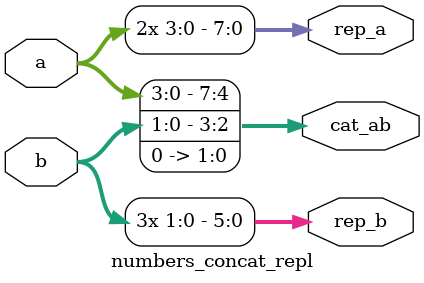
<source format=sv>


module numbers_concat_repl (
    input  wire [3:0] a,
    input  wire [1:0] b,
    output wire [7:0] cat_ab,
    output wire [7:0] rep_a,
    output wire [5:0] rep_b
);
    // Concatenate 4-bit a, 2-bit b, and two zeros → 8 bits
    assign cat_ab = { a, b, 2'b00 };
    // Replicate a twice → 8 bits
    assign rep_a  = { {a}, {a} };
    // Replicate b three times → 6 bits
    assign rep_b  = { {b}, {b}, {b} };
endmodule

</source>
